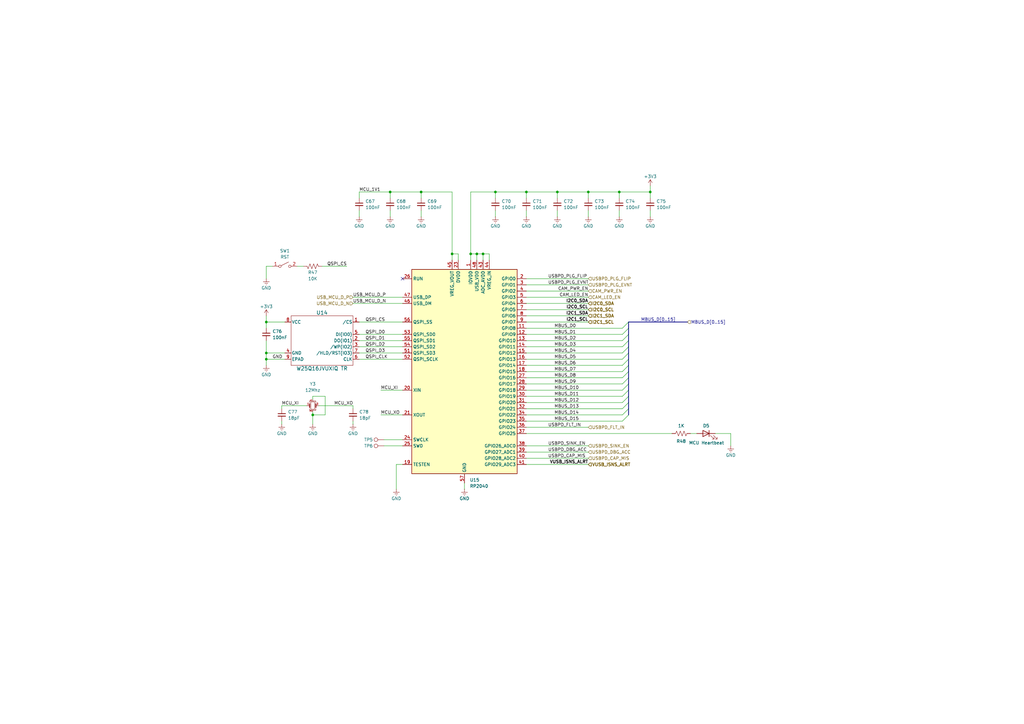
<source format=kicad_sch>
(kicad_sch (version 20231120) (generator "eeschema") (generator_version "8.0")
  (paper "A3")
  (title_block (title "MCU") (date "2024-07-14") (rev "1.0") (company "Drexel University") (comment 1 "Designed by John Hofmeyr"))
  (lib_symbols
    (symbol "Connector:TestPoint" (pin_numbers hide) (pin_names (offset 0.762) hide)
      (property "Reference" "TP" (at 0 6.858 0))
      (property "Value" "TestPoint" (at 0 5.08 0))
      (symbol "TestPoint_0_1"
        (circle (center 0 3.302) (radius 0.762))
      )
      (symbol "TestPoint_1_1"
        (pin passive line (at 0 0 90) (length 2.54) (name "1") (number "1"))
      )
    )
    (symbol "Device:C_Small" (pin_numbers hide) (pin_names (offset 0.254) hide)
      (property "Reference" "C" (at 0.254 1.778 0))
      (property "Value" "C_Small" (at 0.254 -2.032 0))
      (symbol "C_Small_0_1"
        (polyline (pts (xy -1.524 -0.508) (xy 1.524 -0.508)) (stroke (width 0.3302)))
        (polyline (pts (xy -1.524 0.508) (xy 1.524 0.508)) (stroke (width 0.3048)))
      )
      (symbol "C_Small_1_1"
        (pin passive line (at 0 2.54 270) (length 2.032) (name "~") (number "1"))
        (pin passive line (at 0 -2.54 90) (length 2.032) (name "~") (number "2"))
      )
    )
    (symbol "Device:Crystal_GND24_Small" (pin_names (offset 1.016) hide)
      (property "Reference" "Y" (at 1.27 4.445 0))
      (property "Value" "Crystal_GND24_Small" (at 1.27 2.54 0))
      (symbol "Crystal_GND24_Small_0_1"
        (rectangle (start -0.762 -1.524) (end 0.762 1.524))
        (polyline (pts (xy -1.27 -0.762) (xy -1.27 0.762)) (stroke (width 0.381)))
        (polyline (pts (xy 1.27 -0.762) (xy 1.27 0.762)) (stroke (width 0.381)))
        (polyline (pts (xy -1.27 -1.27) (xy -1.27 -1.905) (xy 1.27 -1.905) (xy 1.27 -1.27)))
        (polyline (pts (xy -1.27 1.27) (xy -1.27 1.905) (xy 1.27 1.905) (xy 1.27 1.27)))
      )
      (symbol "Crystal_GND24_Small_1_1"
        (pin passive line (at -2.54 0 0) (length 1.27) (name "1") (number "1"))
        (pin passive line (at 0 -2.54 90) (length 0.635) (name "2") (number "2"))
        (pin passive line (at 2.54 0 180) (length 1.27) (name "3") (number "3"))
        (pin passive line (at 0 2.54 270) (length 0.635) (name "4") (number "4"))
      )
    )
    (symbol "Device:LED" (pin_numbers hide) (pin_names (offset 1.016) hide)
      (property "Reference" "D" (at 0 2.54 0))
      (property "Value" "LED" (at 0 -2.54 0))
      (symbol "LED_0_1"
        (polyline (pts (xy -1.27 -1.27) (xy -1.27 1.27)) (stroke (width 0.254)))
        (polyline (pts (xy -1.27 0) (xy 1.27 0)))
        (polyline (pts (xy 1.27 -1.27) (xy 1.27 1.27) (xy -1.27 0) (xy 1.27 -1.27)) (stroke (width 0.254)))
        (polyline (pts (xy -3.048 -0.762) (xy -4.572 -2.286) (xy -3.81 -2.286) (xy -4.572 -2.286) (xy -4.572 -1.524)))
        (polyline (pts (xy -1.778 -0.762) (xy -3.302 -2.286) (xy -2.54 -2.286) (xy -3.302 -2.286) (xy -3.302 -1.524)))
      )
      (symbol "LED_1_1"
        (pin passive line (at -3.81 0 0) (length 2.54) (name "K") (number "1"))
        (pin passive line (at 3.81 0 180) (length 2.54) (name "A") (number "2"))
      )
    )
    (symbol "Device:R_US" (pin_numbers hide) (pin_names (offset 0))
      (property "Reference" "R" (at 2.54 0 90))
      (property "Value" "R_US" (at -2.54 0 90))
      (symbol "R_US_0_1"
        (polyline (pts (xy 0 -2.286) (xy 0 -2.54)))
        (polyline (pts (xy 0 2.286) (xy 0 2.54)))
        (polyline (pts (xy 0 -0.762) (xy 1.016 -1.143) (xy 0 -1.524) (xy -1.016 -1.905) (xy 0 -2.286)))
        (polyline (pts (xy 0 0.762) (xy 1.016 0.381) (xy 0 0) (xy -1.016 -0.381) (xy 0 -0.762)))
        (polyline (pts (xy 0 2.286) (xy 1.016 1.905) (xy 0 1.524) (xy -1.016 1.143) (xy 0 0.762)))
      )
      (symbol "R_US_1_1"
        (pin passive line (at 0 3.81 270) (length 1.27) (name "~") (number "1"))
        (pin passive line (at 0 -3.81 90) (length 1.27) (name "~") (number "2"))
      )
    )
    (symbol "MCU_RaspberryPi:RP2040"
      (property "Reference" "U" (at 17.78 45.72 0))
      (property "Value" "RP2040" (at 17.78 43.18 0))
      (symbol "RP2040_0_1"
        (rectangle (start -21.59 41.91) (end 21.59 -41.91) (stroke (width 0.254)) (fill (type background)))
      )
      (symbol "RP2040_1_1"
        (pin power_in line (at 2.54 45.72 270) (length 3.81) (name "IOVDD") (number "1"))
        (pin passive line (at 2.54 45.72 270) (length 3.81) hide (name "IOVDD") (number "10"))
        (pin bidirectional line (at 25.4 17.78 180) (length 3.81) (name "GPIO8") (number "11"))
        (pin bidirectional line (at 25.4 15.24 180) (length 3.81) (name "GPIO9") (number "12"))
        (pin bidirectional line (at 25.4 12.7 180) (length 3.81) (name "GPIO10") (number "13"))
        (pin bidirectional line (at 25.4 10.16 180) (length 3.81) (name "GPIO11") (number "14"))
        (pin bidirectional line (at 25.4 7.62 180) (length 3.81) (name "GPIO12") (number "15"))
        (pin bidirectional line (at 25.4 5.08 180) (length 3.81) (name "GPIO13") (number "16"))
        (pin bidirectional line (at 25.4 2.54 180) (length 3.81) (name "GPIO14") (number "17"))
        (pin bidirectional line (at 25.4 0 180) (length 3.81) (name "GPIO15") (number "18"))
        (pin input line (at -25.4 -38.1 0) (length 3.81) (name "TESTEN") (number "19"))
        (pin bidirectional line (at 25.4 38.1 180) (length 3.81) (name "GPIO0") (number "2"))
        (pin input line (at -25.4 -7.62 0) (length 3.81) (name "XIN") (number "20"))
        (pin passive line (at -25.4 -17.78 0) (length 3.81) (name "XOUT") (number "21"))
        (pin passive line (at 2.54 45.72 270) (length 3.81) hide (name "IOVDD") (number "22"))
        (pin power_in line (at -2.54 45.72 270) (length 3.81) (name "DVDD") (number "23"))
        (pin input line (at -25.4 -27.94 0) (length 3.81) (name "SWCLK") (number "24"))
        (pin bidirectional line (at -25.4 -30.48 0) (length 3.81) (name "SWD") (number "25"))
        (pin input line (at -25.4 38.1 0) (length 3.81) (name "RUN") (number "26"))
        (pin bidirectional line (at 25.4 -2.54 180) (length 3.81) (name "GPIO16") (number "27"))
        (pin bidirectional line (at 25.4 -5.08 180) (length 3.81) (name "GPIO17") (number "28"))
        (pin bidirectional line (at 25.4 -7.62 180) (length 3.81) (name "GPIO18") (number "29"))
        (pin bidirectional line (at 25.4 35.56 180) (length 3.81) (name "GPIO1") (number "3"))
        (pin bidirectional line (at 25.4 -10.16 180) (length 3.81) (name "GPIO19") (number "30"))
        (pin bidirectional line (at 25.4 -12.7 180) (length 3.81) (name "GPIO20") (number "31"))
        (pin bidirectional line (at 25.4 -15.24 180) (length 3.81) (name "GPIO21") (number "32"))
        (pin passive line (at 2.54 45.72 270) (length 3.81) hide (name "IOVDD") (number "33"))
        (pin bidirectional line (at 25.4 -17.78 180) (length 3.81) (name "GPIO22") (number "34"))
        (pin bidirectional line (at 25.4 -20.32 180) (length 3.81) (name "GPIO23") (number "35"))
        (pin bidirectional line (at 25.4 -22.86 180) (length 3.81) (name "GPIO24") (number "36"))
        (pin bidirectional line (at 25.4 -25.4 180) (length 3.81) (name "GPIO25") (number "37"))
        (pin bidirectional line (at 25.4 -30.48 180) (length 3.81) (name "GPIO26_ADC0") (number "38"))
        (pin bidirectional line (at 25.4 -33.02 180) (length 3.81) (name "GPIO27_ADC1") (number "39"))
        (pin bidirectional line (at 25.4 33.02 180) (length 3.81) (name "GPIO2") (number "4"))
        (pin bidirectional line (at 25.4 -35.56 180) (length 3.81) (name "GPIO28_ADC2") (number "40"))
        (pin bidirectional line (at 25.4 -38.1 180) (length 3.81) (name "GPIO29_ADC3") (number "41"))
        (pin passive line (at 2.54 45.72 270) (length 3.81) hide (name "IOVDD") (number "42"))
        (pin power_in line (at 7.62 45.72 270) (length 3.81) (name "ADC_AVDD") (number "43"))
        (pin power_in line (at 10.16 45.72 270) (length 3.81) (name "VREG_IN") (number "44"))
        (pin power_out line (at -5.08 45.72 270) (length 3.81) (name "VREG_VOUT") (number "45"))
        (pin bidirectional line (at -25.4 27.94 0) (length 3.81) (name "USB_DM") (number "46"))
        (pin bidirectional line (at -25.4 30.48 0) (length 3.81) (name "USB_DP") (number "47"))
        (pin power_in line (at 5.08 45.72 270) (length 3.81) (name "USB_VDD") (number "48"))
        (pin passive line (at 2.54 45.72 270) (length 3.81) hide (name "IOVDD") (number "49"))
        (pin bidirectional line (at 25.4 30.48 180) (length 3.81) (name "GPIO3") (number "5"))
        (pin passive line (at -2.54 45.72 270) (length 3.81) hide (name "DVDD") (number "50"))
        (pin bidirectional line (at -25.4 7.62 0) (length 3.81) (name "QSPI_SD3") (number "51"))
        (pin output line (at -25.4 5.08 0) (length 3.81) (name "QSPI_SCLK") (number "52"))
        (pin bidirectional line (at -25.4 15.24 0) (length 3.81) (name "QSPI_SD0") (number "53"))
        (pin bidirectional line (at -25.4 10.16 0) (length 3.81) (name "QSPI_SD2") (number "54"))
        (pin bidirectional line (at -25.4 12.7 0) (length 3.81) (name "QSPI_SD1") (number "55"))
        (pin bidirectional line (at -25.4 20.32 0) (length 3.81) (name "QSPI_SS") (number "56"))
        (pin power_in line (at 0 -45.72 90) (length 3.81) (name "GND") (number "57"))
        (pin bidirectional line (at 25.4 27.94 180) (length 3.81) (name "GPIO4") (number "6"))
        (pin bidirectional line (at 25.4 25.4 180) (length 3.81) (name "GPIO5") (number "7"))
        (pin bidirectional line (at 25.4 22.86 180) (length 3.81) (name "GPIO6") (number "8"))
        (pin bidirectional line (at 25.4 20.32 180) (length 3.81) (name "GPIO7") (number "9"))
      )
    )
    (symbol "Memory_Flash:W25Q16JVUXIQ_TR" (pin_names (offset 0.254))
      (property "Reference" "U2" (at 12.7 10.16 0))
      (property "Value" "W25Q16JVUXIQ TR" (at 12.7 7.62 0))
      (symbol "W25Q16JVUXIQ_TR_0_1"
        (pin passive line (at 27.94 2.54 180) (length 2.54) (name "/CS") (number "1"))
        (pin passive line (at 27.94 -5.08 180) (length 2.54) (name "DO(IO1)") (number "2"))
        (pin passive line (at 27.94 -2.54 180) (length 2.54) (name "DI(IO0)") (number "5"))
        (pin passive line (at 27.94 -12.7 180) (length 2.54) (name "CLK") (number "6"))
        (pin passive line (at -2.54 2.54 0) (length 2.54) (name "VCC") (number "8"))
        (pin passive line (at -2.54 -12.7 0) (length 2.54) (name "EPAD") (number "9"))
      )
      (symbol "W25Q16JVUXIQ_TR_1_1"
        (rectangle (start 0 5.08) (end 25.4 -15.24))
        (pin passive line (at 27.94 -7.62 180) (length 2.54) (name "/WP(IO2)") (number "3"))
        (pin passive line (at -2.54 -10.16 0) (length 2.54) (name "GND") (number "4"))
        (pin passive line (at 27.94 -10.16 180) (length 2.54) (name "/HLD/RST(IO3)") (number "7"))
      )
    )
    (symbol "Switch:SW_SPST" (pin_names (offset 0) hide)
      (property "Reference" "SW" (at 0 3.175 0))
      (property "Value" "SW_SPST" (at 0 -2.54 0))
      (symbol "SW_SPST_0_0"
        (circle (center -2.032 0) (radius 0.508))
        (polyline (pts (xy -1.524 0.254) (xy 1.524 1.778)))
        (circle (center 2.032 0) (radius 0.508))
      )
      (symbol "SW_SPST_1_1"
        (pin passive line (at -5.08 0 0) (length 2.54) (name "A") (number "1"))
        (pin passive line (at 5.08 0 180) (length 2.54) (name "B") (number "2"))
      )
    )
    (symbol "power:+3V3" (power) (pin_numbers hide) (pin_names (offset 0) hide)
      (property "Value" "+3V3" (at 0 3.556 0))
      (symbol "+3V3_0_1"
        (polyline (pts (xy -0.762 1.27) (xy 0 2.54)))
        (polyline (pts (xy 0 0) (xy 0 2.54)))
        (polyline (pts (xy 0 2.54) (xy 0.762 1.27)))
      )
      (symbol "+3V3_1_1"
        (pin power_in line (at 0 0 90) (length 0) (name "~") (number "1"))
      )
    )
    (symbol "power:GND" (power) (pin_numbers hide) (pin_names (offset 0) hide)
      (property "Value" "GND" (at 0 -3.81 0))
      (symbol "GND_0_1"
        (polyline (pts (xy -0.635 -1.905) (xy 0.635 -1.905)))
        (polyline (pts (xy -0.127 -2.54) (xy 0.127 -2.54)))
        (polyline (pts (xy 0 -1.27) (xy 0 0)))
        (polyline (pts (xy 1.27 -1.27) (xy -1.27 -1.27)))
      )
      (symbol "GND_1_1"
        (pin power_in line (at 0 0 270) (length 0) (name "~") (number "1"))
      )
    )
  )
  (junction (at 203.2 78.74))
  (junction (at 109.22 132.08))
  (junction (at 160.02 78.74))
  (junction (at 172.72 78.74))
  (junction (at 185.42 104.14))
  (junction (at 109.22 144.78))
  (junction (at 198.12 104.14))
  (junction (at 109.22 147.32))
  (junction (at 128.27 170.18))
  (junction (at 241.3 78.74))
  (junction (at 215.9 78.74))
  (junction (at 254 78.74))
  (junction (at 195.58 104.14))
  (junction (at 228.6 78.74))
  (junction (at 193.04 104.14))
  (junction (at 266.7 78.74))
  (no_connect (at 165.1 114.3))
  (bus_entry (at 255.27 139.7) (size 2.54 -2.54))
  (bus_entry (at 255.27 142.24) (size 2.54 -2.54))
  (bus_entry (at 255.27 137.16) (size 2.54 -2.54))
  (bus_entry (at 255.27 144.78) (size 2.54 -2.54))
  (bus_entry (at 255.27 147.32) (size 2.54 -2.54))
  (bus_entry (at 255.27 157.48) (size 2.54 -2.54))
  (bus_entry (at 255.27 165.1) (size 2.54 -2.54))
  (bus_entry (at 255.27 172.72) (size 2.54 -2.54))
  (bus_entry (at 255.27 134.62) (size 2.54 -2.54))
  (bus_entry (at 255.27 152.4) (size 2.54 -2.54))
  (bus_entry (at 255.27 170.18) (size 2.54 -2.54))
  (bus_entry (at 255.27 167.64) (size 2.54 -2.54))
  (bus_entry (at 255.27 160.02) (size 2.54 -2.54))
  (bus_entry (at 255.27 149.86) (size 2.54 -2.54))
  (bus_entry (at 255.27 162.56) (size 2.54 -2.54))
  (bus_entry (at 255.27 154.94) (size 2.54 -2.54))
  (wire (pts (xy 133.35 162.56) (xy 133.35 170.18)))
  (wire (pts (xy 215.9 152.4) (xy 255.27 152.4)))
  (wire (pts (xy 215.9 167.64) (xy 255.27 167.64)))
  (wire (pts (xy 172.72 86.36) (xy 172.72 88.9)))
  (wire (pts (xy 198.12 104.14) (xy 195.58 104.14)))
  (wire (pts (xy 228.6 86.36) (xy 228.6 88.9)))
  (wire (pts (xy 195.58 106.68) (xy 195.58 104.14)))
  (wire (pts (xy 128.27 162.56) (xy 133.35 162.56)))
  (wire (pts (xy 109.22 139.7) (xy 109.22 144.78)))
  (wire (pts (xy 215.9 142.24) (xy 255.27 142.24)))
  (bus (pts (xy 257.81 167.64) (xy 257.81 165.1)))
  (wire (pts (xy 147.32 144.78) (xy 165.1 144.78)))
  (wire (pts (xy 172.72 78.74) (xy 160.02 78.74)))
  (wire (pts (xy 215.9 147.32) (xy 255.27 147.32)))
  (wire (pts (xy 215.9 185.42) (xy 241.3 185.42)))
  (wire (pts (xy 162.56 190.5) (xy 162.56 200.66)))
  (wire (pts (xy 215.9 116.84) (xy 241.3 116.84)))
  (wire (pts (xy 165.1 190.5) (xy 162.56 190.5)))
  (wire (pts (xy 116.84 132.08) (xy 109.22 132.08)))
  (wire (pts (xy 193.04 104.14) (xy 193.04 78.74)))
  (wire (pts (xy 185.42 78.74) (xy 172.72 78.74)))
  (wire (pts (xy 115.57 166.37) (xy 115.57 167.64)))
  (wire (pts (xy 128.27 170.18) (xy 128.27 168.91)))
  (wire (pts (xy 109.22 132.08) (xy 109.22 134.62)))
  (bus (pts (xy 257.81 157.48) (xy 257.81 154.94)))
  (wire (pts (xy 215.9 157.48) (xy 255.27 157.48)))
  (wire (pts (xy 156.21 170.18) (xy 165.1 170.18)))
  (wire (pts (xy 147.32 78.74) (xy 147.32 81.28)))
  (bus (pts (xy 257.81 160.02) (xy 257.81 157.48)))
  (bus (pts (xy 257.81 139.7) (xy 257.81 137.16)))
  (wire (pts (xy 130.81 166.37) (xy 144.78 166.37)))
  (wire (pts (xy 266.7 78.74) (xy 266.7 81.28)))
  (bus (pts (xy 257.81 142.24) (xy 257.81 139.7)))
  (wire (pts (xy 283.21 177.8) (xy 285.75 177.8)))
  (bus (pts (xy 257.81 152.4) (xy 257.81 149.86)))
  (wire (pts (xy 215.9 172.72) (xy 255.27 172.72)))
  (wire (pts (xy 215.9 134.62) (xy 255.27 134.62)))
  (wire (pts (xy 241.3 119.38) (xy 215.9 119.38)))
  (wire (pts (xy 215.9 78.74) (xy 215.9 81.28)))
  (wire (pts (xy 215.9 137.16) (xy 255.27 137.16)))
  (wire (pts (xy 172.72 78.74) (xy 172.72 81.28)))
  (wire (pts (xy 293.37 177.8) (xy 299.72 177.8)))
  (bus (pts (xy 257.81 165.1) (xy 257.81 162.56)))
  (wire (pts (xy 266.7 76.2) (xy 266.7 78.74)))
  (wire (pts (xy 215.9 78.74) (xy 228.6 78.74)))
  (wire (pts (xy 254 86.36) (xy 254 88.9)))
  (wire (pts (xy 157.48 180.34) (xy 165.1 180.34)))
  (wire (pts (xy 215.9 170.18) (xy 255.27 170.18)))
  (wire (pts (xy 144.78 172.72) (xy 144.78 173.99)))
  (wire (pts (xy 147.32 86.36) (xy 147.32 88.9)))
  (wire (pts (xy 198.12 106.68) (xy 198.12 104.14)))
  (wire (pts (xy 128.27 170.18) (xy 128.27 173.99)))
  (wire (pts (xy 266.7 86.36) (xy 266.7 88.9)))
  (wire (pts (xy 200.66 104.14) (xy 198.12 104.14)))
  (wire (pts (xy 228.6 78.74) (xy 228.6 81.28)))
  (wire (pts (xy 128.27 163.83) (xy 128.27 162.56)))
  (wire (pts (xy 215.9 144.78) (xy 255.27 144.78)))
  (wire (pts (xy 241.3 78.74) (xy 241.3 81.28)))
  (wire (pts (xy 147.32 137.16) (xy 165.1 137.16)))
  (wire (pts (xy 241.3 86.36) (xy 241.3 88.9)))
  (bus (pts (xy 257.81 132.08) (xy 281.94 132.08)))
  (wire (pts (xy 160.02 78.74) (xy 160.02 81.28)))
  (wire (pts (xy 115.57 166.37) (xy 125.73 166.37)))
  (wire (pts (xy 203.2 86.36) (xy 203.2 88.9)))
  (wire (pts (xy 132.08 109.22) (xy 142.24 109.22)))
  (wire (pts (xy 147.32 132.08) (xy 165.1 132.08)))
  (wire (pts (xy 190.5 198.12) (xy 190.5 200.66)))
  (wire (pts (xy 228.6 78.74) (xy 241.3 78.74)))
  (wire (pts (xy 215.9 182.88) (xy 241.3 182.88)))
  (wire (pts (xy 157.48 182.88) (xy 165.1 182.88)))
  (wire (pts (xy 254 78.74) (xy 254 81.28)))
  (wire (pts (xy 160.02 78.74) (xy 147.32 78.74)))
  (wire (pts (xy 215.9 175.26) (xy 241.3 175.26)))
  (wire (pts (xy 195.58 104.14) (xy 193.04 104.14)))
  (wire (pts (xy 147.32 142.24) (xy 165.1 142.24)))
  (wire (pts (xy 156.21 160.02) (xy 165.1 160.02)))
  (wire (pts (xy 215.9 149.86) (xy 255.27 149.86)))
  (wire (pts (xy 187.96 106.68) (xy 187.96 104.14)))
  (wire (pts (xy 115.57 172.72) (xy 115.57 173.99)))
  (wire (pts (xy 109.22 147.32) (xy 116.84 147.32)))
  (wire (pts (xy 215.9 162.56) (xy 255.27 162.56)))
  (wire (pts (xy 215.9 190.5) (xy 241.3 190.5)))
  (wire (pts (xy 215.9 114.3) (xy 241.3 114.3)))
  (wire (pts (xy 215.9 127) (xy 241.3 127)))
  (wire (pts (xy 147.32 147.32) (xy 165.1 147.32)))
  (wire (pts (xy 165.1 121.92) (xy 144.78 121.92)))
  (wire (pts (xy 200.66 106.68) (xy 200.66 104.14)))
  (bus (pts (xy 257.81 144.78) (xy 257.81 142.24)))
  (wire (pts (xy 109.22 109.22) (xy 109.22 114.3)))
  (bus (pts (xy 257.81 170.18) (xy 257.81 167.64)))
  (wire (pts (xy 203.2 78.74) (xy 203.2 81.28)))
  (wire (pts (xy 241.3 78.74) (xy 254 78.74)))
  (wire (pts (xy 215.9 132.08) (xy 241.3 132.08)))
  (wire (pts (xy 133.35 170.18) (xy 128.27 170.18)))
  (wire (pts (xy 215.9 139.7) (xy 255.27 139.7)))
  (wire (pts (xy 185.42 104.14) (xy 185.42 78.74)))
  (wire (pts (xy 111.76 109.22) (xy 109.22 109.22)))
  (wire (pts (xy 203.2 78.74) (xy 215.9 78.74)))
  (wire (pts (xy 109.22 147.32) (xy 109.22 149.86)))
  (wire (pts (xy 215.9 177.8) (xy 275.59 177.8)))
  (wire (pts (xy 193.04 78.74) (xy 203.2 78.74)))
  (wire (pts (xy 147.32 139.7) (xy 165.1 139.7)))
  (wire (pts (xy 215.9 187.96) (xy 241.3 187.96)))
  (wire (pts (xy 109.22 129.54) (xy 109.22 132.08)))
  (wire (pts (xy 144.78 166.37) (xy 144.78 167.64)))
  (wire (pts (xy 193.04 106.68) (xy 193.04 104.14)))
  (wire (pts (xy 109.22 144.78) (xy 116.84 144.78)))
  (wire (pts (xy 215.9 124.46) (xy 241.3 124.46)))
  (wire (pts (xy 215.9 160.02) (xy 255.27 160.02)))
  (wire (pts (xy 185.42 104.14) (xy 187.96 104.14)))
  (wire (pts (xy 121.92 109.22) (xy 124.46 109.22)))
  (bus (pts (xy 257.81 147.32) (xy 257.81 144.78)))
  (bus (pts (xy 257.81 134.62) (xy 257.81 132.08)))
  (bus (pts (xy 257.81 162.56) (xy 257.81 160.02)))
  (wire (pts (xy 109.22 144.78) (xy 109.22 147.32)))
  (wire (pts (xy 241.3 121.92) (xy 215.9 121.92)))
  (wire (pts (xy 165.1 124.46) (xy 144.78 124.46)))
  (wire (pts (xy 215.9 129.54) (xy 241.3 129.54)))
  (wire (pts (xy 254 78.74) (xy 266.7 78.74)))
  (wire (pts (xy 215.9 165.1) (xy 255.27 165.1)))
  (bus (pts (xy 257.81 137.16) (xy 257.81 134.62)))
  (wire (pts (xy 215.9 86.36) (xy 215.9 88.9)))
  (bus (pts (xy 257.81 149.86) (xy 257.81 147.32)))
  (wire (pts (xy 299.72 177.8) (xy 299.72 182.88)))
  (bus (pts (xy 257.81 154.94) (xy 257.81 152.4)))
  (wire (pts (xy 215.9 154.94) (xy 255.27 154.94)))
  (wire (pts (xy 160.02 86.36) (xy 160.02 88.9)))
  (wire (pts (xy 185.42 106.68) (xy 185.42 104.14)))
  (label "USB_MCU_D_P" (at 144.78 121.92 0))
  (label "QSPI_D3" (at 149.86 144.78 0))
  (label "QSPI_CS" (at 142.24 109.22 180))
  (label "I2C1_SDA" (at 241.3 129.54 180) (effects (font (bold yes))))
  (label "CAM_LED_EN" (at 241.3 121.92 180))
  (label "MBUS_D0" (at 227.33 134.62 0))
  (label "USBPD_PLG_EVNT" (at 224.79 116.84 0))
  (label "QSPI_CLK" (at 149.86 147.32 0))
  (label "MBUS_D13" (at 227.33 167.64 0))
  (label "MBUS_D10" (at 227.33 160.02 0))
  (label "MBUS_D15" (at 227.33 172.72 0))
  (label "USBPD_FLT_IN" (at 224.79 175.26 0))
  (label "MBUS_D14" (at 227.33 170.18 0))
  (label "QSPI_D1" (at 149.86 139.7 0))
  (label "QSPI_D0" (at 149.86 137.16 0))
  (label "USBPD_CAP_MIS" (at 224.79 187.96 0))
  (label "I2C0_SDA" (at 241.3 124.46 180) (effects (font (bold yes))))
  (label "I2C1_SCL" (at 241.3 132.08 180) (effects (font (bold yes))))
  (label "MBUS_D9" (at 227.33 157.48 0))
  (label "MBUS_D7" (at 227.33 152.4 0))
  (label "MBUS_D11" (at 227.33 162.56 0))
  (label "MCU_XO" (at 144.78 166.37 180))
  (label "MBUS_D5" (at 227.33 147.32 0))
  (label "MBUS_D[0..15]" (at 262.89 132.08 0))
  (label "MBUS_D4" (at 227.33 144.78 0))
  (label "MBUS_D2" (at 227.33 139.7 0))
  (label "MCU_XI" (at 115.57 166.37 0))
  (label "MBUS_D3" (at 227.33 142.24 0))
  (label "MBUS_D12" (at 227.33 165.1 0))
  (label "VUSB_ISNS_ALRT" (at 241.3 190.5 180) (effects (font (bold yes))))
  (label "QSPI_CS" (at 149.86 132.08 0))
  (label "MCU_XI" (at 156.21 160.02 0))
  (label "USBPD_PLG_FLIP" (at 224.79 114.3 0))
  (label "MBUS_D8" (at 227.33 154.94 0))
  (label "MCU_XO" (at 156.21 170.18 0))
  (label "MBUS_D1" (at 227.33 137.16 0))
  (label "GND" (at 111.76 147.32 0))
  (label "USBPD_SINK_EN" (at 224.79 182.88 0))
  (label "MBUS_D6" (at 227.33 149.86 0))
  (label "USB_MCU_D_N" (at 144.78 124.46 0))
  (label "MCU_1V1" (at 147.32 78.74 0))
  (label "QSPI_D2" (at 149.86 142.24 0))
  (label "USBPD_DBG_ACC" (at 224.79 185.42 0))
  (label "CAM_PWR_EN" (at 241.3 119.38 180))
  (label "I2C0_SCL" (at 241.3 127 180) (effects (font (bold yes))))
  (hierarchical_label "CAM_PWR_EN" (shape input) (at 241.3 119.38 0))
  (hierarchical_label "USBPD_DBG_ACC" (shape input) (at 241.3 185.42 0))
  (hierarchical_label "USBPD_CAP_MIS" (shape input) (at 241.3 187.96 0))
  (hierarchical_label "USBPD_PLG_EVNT" (shape input) (at 241.3 116.84 0))
  (hierarchical_label "I2C1_SDA" (shape input) (at 241.3 129.54 0) (effects (font (bold yes))))
  (hierarchical_label "USB_MCU_D_P" (shape input) (at 144.78 121.92 180))
  (hierarchical_label "USB_MCU_D_N" (shape input) (at 144.78 124.46 180))
  (hierarchical_label "USBPD_FLT_IN" (shape input) (at 241.3 175.26 0))
  (hierarchical_label "CAM_LED_EN" (shape input) (at 241.3 121.92 0))
  (hierarchical_label "MBUS_D[0..15]" (shape input) (at 281.94 132.08 0))
  (hierarchical_label "I2C0_SCL" (shape input) (at 241.3 127 0) (effects (font (bold yes))))
  (hierarchical_label "I2C1_SCL" (shape input) (at 241.3 132.08 0) (effects (font (bold yes))))
  (hierarchical_label "USBPD_SINK_EN" (shape input) (at 241.3 182.88 0))
  (hierarchical_label "USBPD_PLG_FLIP" (shape input) (at 241.3 114.3 0))
  (hierarchical_label "VUSB_ISNS_ALRT" (shape input) (at 241.3 190.5 0) (effects (font (bold yes))))
  (hierarchical_label "I2C0_SDA" (shape input) (at 241.3 124.46 0) (effects (font (bold yes))))
  (symbol (lib_id "power:GND") (at 147.32 88.9 0) (unit 1)
    (property "Reference" "#PWR0141" (effects (hide yes)))
    (property "Value" "GND" (at 147.32 92.71 0))
    (property "Description" "Power symbol creates a global label with name \"GND\" , ground" (effects (hide yes)))
  )
  (symbol (lib_id "Memory_Flash:W25Q16JVUXIQ_TR") (at 119.38 134.62 0) (unit 1)
    (property "Reference" "U14" (at 132.08 128.27 0) (effects (font (size 1.524 1.524))))
    (property "Value" "W25Q16JVUXIQ TR" (at 132.08 151.13 0) (effects (font (size 1.524 1.524))))
    (property "Footprint" "IO_Module:USON-8_UX_2x3x0p6_WIN" (effects (hide yes)))
    (property "Datasheet" "https://www.winbond.com/resource-files/w25q16jv%20spi%20revh%2004082019%20plus.pdf" (effects (hide yes)))
  )
  (symbol (lib_id "power:GND") (at 299.72 182.88 0) (unit 1)
    (property "Reference" "#PWR0156" (effects (hide yes)))
    (property "Value" "GND" (at 299.72 186.69 0))
    (property "Description" "Power symbol creates a global label with name \"GND\" , ground" (effects (hide yes)))
  )
  (symbol (lib_id "Device:C_Small") (at 203.2 83.82 0) (unit 1)
    (property "Reference" "C70" (at 205.74 82.5562 0) (effects (justify left)))
    (property "Value" "100nF" (at 205.74 85.0962 0) (effects (justify left)))
    (property "Footprint" "Capacitor_SMD:C_0402_1005Metric" (effects (hide yes)))
    (property "Datasheet" "GRM155R71H104KE14D" (effects (hide yes)))
    (property "Description" "Unpolarized capacitor, small symbol" (effects (hide yes)))
  )
  (symbol (lib_id "Device:C_Small") (at 266.7 83.82 0) (unit 1)
    (property "Reference" "C75" (at 269.24 82.5562 0) (effects (justify left)))
    (property "Value" "100nF" (at 269.24 85.0962 0) (effects (justify left)))
    (property "Footprint" "Capacitor_SMD:C_0402_1005Metric" (effects (hide yes)))
    (property "Datasheet" "GRM155R71H104KE14D" (effects (hide yes)))
    (property "Description" "Unpolarized capacitor, small symbol" (effects (hide yes)))
  )
  (symbol (lib_id "MCU_RaspberryPi:RP2040") (at 190.5 152.4 0) (unit 1)
    (property "Reference" "U15" (at 192.6941 196.85 0) (effects (justify left)))
    (property "Value" "RP2040" (at 192.6941 199.39 0) (effects (justify left)))
    (property "Footprint" "Package_DFN_QFN:QFN-56-1EP_7x7mm_P0.4mm_EP3.2x3.2mm" (effects (hide yes)))
    (property "Datasheet" "https://datasheets.raspberrypi.com/rp2040/rp2040-datasheet.pdf" (effects (hide yes)))
    (property "Description" "A microcontroller by Raspberry Pi" (effects (hide yes)))
  )
  (symbol (lib_id "power:GND") (at 109.22 114.3 0) (unit 1)
    (property "Reference" "#PWR0150" (effects (hide yes)))
    (property "Value" "GND" (at 109.22 118.11 0))
    (property "Description" "Power symbol creates a global label with name \"GND\" , ground" (effects (hide yes)))
  )
  (symbol (lib_id "power:GND") (at 241.3 88.9 0) (unit 1)
    (property "Reference" "#PWR0147" (effects (hide yes)))
    (property "Value" "GND" (at 241.3 92.71 0))
    (property "Description" "Power symbol creates a global label with name \"GND\" , ground" (effects (hide yes)))
  )
  (symbol (lib_id "Device:C_Small") (at 254 83.82 0) (unit 1)
    (property "Reference" "C74" (at 256.54 82.5562 0) (effects (justify left)))
    (property "Value" "100nF" (at 256.54 85.0962 0) (effects (justify left)))
    (property "Footprint" "Capacitor_SMD:C_0402_1005Metric" (effects (hide yes)))
    (property "Datasheet" "GRM155R71H104KE14D" (effects (hide yes)))
    (property "Description" "Unpolarized capacitor, small symbol" (effects (hide yes)))
  )
  (symbol (lib_id "power:+3V3") (at 109.22 129.54 0) (unit 1)
    (property "Reference" "#PWR0151" (effects (hide yes)))
    (property "Value" "+3V3" (at 109.22 125.73 0))
    (property "Description" "Power symbol creates a global label with name \"+3V3\"" (effects (hide yes)))
  )
  (symbol (lib_id "power:GND") (at 160.02 88.9 0) (unit 1)
    (property "Reference" "#PWR0142" (effects (hide yes)))
    (property "Value" "GND" (at 160.02 92.71 0))
    (property "Description" "Power symbol creates a global label with name \"GND\" , ground" (effects (hide yes)))
  )
  (symbol (lib_id "power:GND") (at 144.78 173.99 0) (unit 1)
    (property "Reference" "#PWR0155" (effects (hide yes)))
    (property "Value" "GND" (at 144.78 177.8 0))
    (property "Description" "Power symbol creates a global label with name \"GND\" , ground" (effects (hide yes)))
  )
  (symbol (lib_id "Switch:SW_SPST") (at 116.84 109.22 0) (unit 1)
    (property "Reference" "SW1" (at 116.84 102.87 0))
    (property "Value" "RST" (at 116.84 105.41 0))
    (property "Footprint" "Button_Switch_SMD:SW_SPST_PTS645" (effects (hide yes)))
    (property "Description" "Single Pole Single Throw (SPST) switch" (effects (hide yes)))
  )
  (symbol (lib_id "power:GND") (at 190.5 200.66 0) (unit 1)
    (property "Reference" "#PWR0158" (effects (hide yes)))
    (property "Value" "GND" (at 190.5 204.47 0))
    (property "Description" "Power symbol creates a global label with name \"GND\" , ground" (effects (hide yes)))
  )
  (symbol (lib_id "Connector:TestPoint") (at 157.48 182.88 90) (unit 1)
    (property "Reference" "TP6" (at 151.13 182.88 90))
    (property "Value" "TestPoint" (effects (hide yes)))
    (property "Footprint" "TestPoint:TestPoint_Pad_D1.0mm" (effects (hide yes)))
    (property "Description" "test point" (effects (hide yes)))
  )
  (symbol (lib_id "power:+3V3") (at 266.7 76.2 0) (unit 1)
    (property "Reference" "#PWR0140" (effects (hide yes)))
    (property "Value" "+3V3" (at 266.7 72.39 0))
    (property "Description" "Power symbol creates a global label with name \"+3V3\"" (effects (hide yes)))
  )
  (symbol (lib_id "power:GND") (at 128.27 173.99 0) (unit 1)
    (property "Reference" "#PWR0154" (effects (hide yes)))
    (property "Value" "GND" (at 128.27 177.8 0))
    (property "Description" "Power symbol creates a global label with name \"GND\" , ground" (effects (hide yes)))
  )
  (symbol (lib_id "Device:C_Small") (at 109.22 137.16 0) (unit 1)
    (property "Reference" "C76" (at 111.76 135.8962 0) (effects (justify left)))
    (property "Value" "100nF" (at 111.76 138.4362 0) (effects (justify left)))
    (property "Footprint" "Capacitor_SMD:C_0402_1005Metric" (effects (hide yes)))
    (property "Datasheet" "GRM155R71H104KE14D" (effects (hide yes)))
    (property "Description" "Unpolarized capacitor, small symbol" (effects (hide yes)))
  )
  (symbol (lib_id "power:GND") (at 254 88.9 0) (unit 1)
    (property "Reference" "#PWR0148" (effects (hide yes)))
    (property "Value" "GND" (at 254 92.71 0))
    (property "Description" "Power symbol creates a global label with name \"GND\" , ground" (effects (hide yes)))
  )
  (symbol (lib_id "Device:C_Small") (at 228.6 83.82 0) (unit 1)
    (property "Reference" "C72" (at 231.14 82.5562 0) (effects (justify left)))
    (property "Value" "100nF" (at 231.14 85.0962 0) (effects (justify left)))
    (property "Footprint" "Capacitor_SMD:C_0402_1005Metric" (effects (hide yes)))
    (property "Datasheet" "GRM155R71H104KE14D" (effects (hide yes)))
    (property "Description" "Unpolarized capacitor, small symbol" (effects (hide yes)))
  )
  (symbol (lib_id "Device:LED") (at 289.56 177.8 0) (mirror y) (unit 1)
    (property "Reference" "D5" (at 288.29 174.625 0) (effects (justify right)))
    (property "Value" "MCU Heartbeat" (at 282.575 181.61 0) (effects (justify right)))
    (property "Footprint" "LED_SMD:LED_0603_1608Metric" (effects (hide yes)))
    (property "Description" "Light emitting diode" (effects (hide yes)))
  )
  (symbol (lib_id "Device:C_Small") (at 241.3 83.82 0) (unit 1)
    (property "Reference" "C73" (at 243.84 82.5562 0) (effects (justify left)))
    (property "Value" "100nF" (at 243.84 85.0962 0) (effects (justify left)))
    (property "Footprint" "Capacitor_SMD:C_0402_1005Metric" (effects (hide yes)))
    (property "Datasheet" "GRM155R71H104KE14D" (effects (hide yes)))
    (property "Description" "Unpolarized capacitor, small symbol" (effects (hide yes)))
  )
  (symbol (lib_id "Device:R_US") (at 279.4 177.8 90) (unit 1)
    (property "Reference" "R48" (at 279.4 180.975 90))
    (property "Value" "1K" (at 279.4 174.625 90))
    (property "Footprint" "Resistor_SMD:R_0402_1005Metric" (effects (hide yes)))
    (property "Description" "Resistor, US symbol" (effects (hide yes)))
  )
  (symbol (lib_id "power:GND") (at 215.9 88.9 0) (unit 1)
    (property "Reference" "#PWR0145" (effects (hide yes)))
    (property "Value" "GND" (at 215.9 92.71 0))
    (property "Description" "Power symbol creates a global label with name \"GND\" , ground" (effects (hide yes)))
  )
  (symbol (lib_id "Device:C_Small") (at 215.9 83.82 0) (unit 1)
    (property "Reference" "C71" (at 218.44 82.5562 0) (effects (justify left)))
    (property "Value" "100nF" (at 218.44 85.0962 0) (effects (justify left)))
    (property "Footprint" "Capacitor_SMD:C_0402_1005Metric" (effects (hide yes)))
    (property "Datasheet" "GRM155R71H104KE14D" (effects (hide yes)))
    (property "Description" "Unpolarized capacitor, small symbol" (effects (hide yes)))
  )
  (symbol (lib_id "power:GND") (at 203.2 88.9 0) (unit 1)
    (property "Reference" "#PWR0144" (effects (hide yes)))
    (property "Value" "GND" (at 203.2 92.71 0))
    (property "Description" "Power symbol creates a global label with name \"GND\" , ground" (effects (hide yes)))
  )
  (symbol (lib_id "power:GND") (at 228.6 88.9 0) (unit 1)
    (property "Reference" "#PWR0146" (effects (hide yes)))
    (property "Value" "GND" (at 228.6 92.71 0))
    (property "Description" "Power symbol creates a global label with name \"GND\" , ground" (effects (hide yes)))
  )
  (symbol (lib_id "power:GND") (at 162.56 200.66 0) (unit 1)
    (property "Reference" "#PWR0157" (effects (hide yes)))
    (property "Value" "GND" (at 162.56 204.47 0))
    (property "Description" "Power symbol creates a global label with name \"GND\" , ground" (effects (hide yes)))
  )
  (symbol (lib_id "Device:C_Small") (at 160.02 83.82 0) (unit 1)
    (property "Reference" "C68" (at 162.56 82.5562 0) (effects (justify left)))
    (property "Value" "100nF" (at 162.56 85.0962 0) (effects (justify left)))
    (property "Footprint" "Capacitor_SMD:C_0402_1005Metric" (effects (hide yes)))
    (property "Datasheet" "GRM155R71H104KE14D" (effects (hide yes)))
    (property "Description" "Unpolarized capacitor, small symbol" (effects (hide yes)))
  )
  (symbol (lib_id "Device:R_US") (at 128.27 109.22 270) (mirror x) (unit 1)
    (property "Reference" "R47" (at 128.27 111.76 90))
    (property "Value" "10K" (at 128.27 114.3 90))
    (property "Footprint" "Resistor_SMD:R_0402_1005Metric" (effects (hide yes)))
    (property "Datasheet" "https://www.yageo.com/upload/media/product/products/datasheet/rchip/PYu-RC_Group_51_RoHS_L_12.pdf" (effects (hide yes)))
    (property "Description" "Resistor, US symbol" (effects (hide yes)))
    (property "MPN" "RC0402JR-0710KL" (effects (hide yes)))
  )
  (symbol (lib_id "Device:C_Small") (at 115.57 170.18 0) (unit 1)
    (property "Reference" "C77" (at 118.11 168.9162 0) (effects (justify left)))
    (property "Value" "18pF" (at 118.11 171.4562 0) (effects (justify left)))
    (property "Footprint" "Capacitor_SMD:C_0402_1005Metric" (effects (hide yes)))
    (property "Description" "Unpolarized capacitor, small symbol" (effects (hide yes)))
  )
  (symbol (lib_id "Device:C_Small") (at 147.32 83.82 0) (unit 1)
    (property "Reference" "C67" (at 149.86 82.5562 0) (effects (justify left)))
    (property "Value" "100nF" (at 149.86 85.0962 0) (effects (justify left)))
    (property "Footprint" "Capacitor_SMD:C_0402_1005Metric" (effects (hide yes)))
    (property "Datasheet" "GRM155R71H104KE14D" (effects (hide yes)))
    (property "Description" "Unpolarized capacitor, small symbol" (effects (hide yes)))
  )
  (symbol (lib_id "Device:C_Small") (at 144.78 170.18 0) (unit 1)
    (property "Reference" "C78" (at 147.32 168.9162 0) (effects (justify left)))
    (property "Value" "18pF" (at 147.32 171.4562 0) (effects (justify left)))
    (property "Footprint" "Capacitor_SMD:C_0402_1005Metric" (effects (hide yes)))
    (property "Description" "Unpolarized capacitor, small symbol" (effects (hide yes)))
  )
  (symbol (lib_id "power:GND") (at 266.7 88.9 0) (unit 1)
    (property "Reference" "#PWR0149" (effects (hide yes)))
    (property "Value" "GND" (at 266.7 92.71 0))
    (property "Description" "Power symbol creates a global label with name \"GND\" , ground" (effects (hide yes)))
  )
  (symbol (lib_id "power:GND") (at 109.22 149.86 0) (unit 1)
    (property "Reference" "#PWR0152" (effects (hide yes)))
    (property "Value" "GND" (at 109.22 153.67 0))
    (property "Description" "Power symbol creates a global label with name \"GND\" , ground" (effects (hide yes)))
  )
  (symbol (lib_id "power:GND") (at 115.57 173.99 0) (unit 1)
    (property "Reference" "#PWR0153" (effects (hide yes)))
    (property "Value" "GND" (at 115.57 177.8 0))
    (property "Description" "Power symbol creates a global label with name \"GND\" , ground" (effects (hide yes)))
  )
  (symbol (lib_id "Device:Crystal_GND24_Small") (at 128.27 166.37 0) (unit 1)
    (property "Reference" "Y3" (at 128.27 157.48 0))
    (property "Value" "12Mhz" (at 128.27 160.02 0))
    (property "Footprint" "Oscillator:Oscillator_SMD_Abracon_ASE-4Pin_3.2x2.5mm" (effects (hide yes)))
    (property "Datasheet" "https://abracon.com/Resonators/abm8.pdf" (effects (hide yes)))
    (property "Description" "Four pin crystal, GND on pins 2 and 4, small symbol" (effects (hide yes)))
  )
  (symbol (lib_id "power:GND") (at 172.72 88.9 0) (unit 1)
    (property "Reference" "#PWR0143" (effects (hide yes)))
    (property "Value" "GND" (at 172.72 92.71 0))
    (property "Description" "Power symbol creates a global label with name \"GND\" , ground" (effects (hide yes)))
  )
  (symbol (lib_id "Device:C_Small") (at 172.72 83.82 0) (unit 1)
    (property "Reference" "C69" (at 175.26 82.5562 0) (effects (justify left)))
    (property "Value" "100nF" (at 175.26 85.0962 0) (effects (justify left)))
    (property "Footprint" "Capacitor_SMD:C_0402_1005Metric" (effects (hide yes)))
    (property "Datasheet" "GRM155R71H104KE14D" (effects (hide yes)))
    (property "Description" "Unpolarized capacitor, small symbol" (effects (hide yes)))
  )
  (symbol (lib_id "Connector:TestPoint") (at 157.48 180.34 90) (unit 1)
    (property "Reference" "TP5" (at 151.13 180.34 90))
    (property "Value" "TestPoint" (effects (hide yes)))
    (property "Footprint" "TestPoint:TestPoint_Pad_D1.0mm" (effects (hide yes)))
    (property "Description" "test point" (effects (hide yes)))
  )
)
</source>
